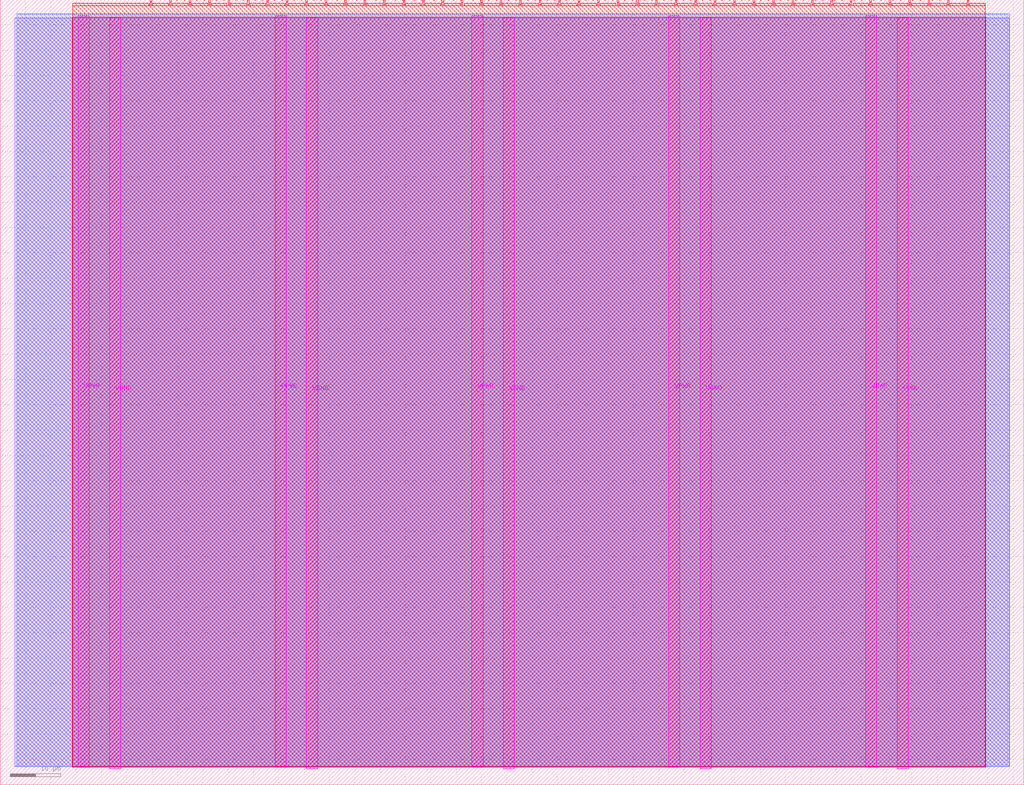
<source format=lef>
VERSION 5.7 ;
  NOWIREEXTENSIONATPIN ON ;
  DIVIDERCHAR "/" ;
  BUSBITCHARS "[]" ;
MACRO tt_um_rebeccargb_hardware_utf8
  CLASS BLOCK ;
  FOREIGN tt_um_rebeccargb_hardware_utf8 ;
  ORIGIN 0.000 0.000 ;
  SIZE 202.080 BY 154.980 ;
  PIN VGND
    DIRECTION INOUT ;
    USE GROUND ;
    PORT
      LAYER TopMetal1 ;
        RECT 21.580 3.150 23.780 151.420 ;
    END
    PORT
      LAYER TopMetal1 ;
        RECT 60.450 3.150 62.650 151.420 ;
    END
    PORT
      LAYER TopMetal1 ;
        RECT 99.320 3.150 101.520 151.420 ;
    END
    PORT
      LAYER TopMetal1 ;
        RECT 138.190 3.150 140.390 151.420 ;
    END
    PORT
      LAYER TopMetal1 ;
        RECT 177.060 3.150 179.260 151.420 ;
    END
  END VGND
  PIN VPWR
    DIRECTION INOUT ;
    USE POWER ;
    PORT
      LAYER TopMetal1 ;
        RECT 15.380 3.560 17.580 151.830 ;
    END
    PORT
      LAYER TopMetal1 ;
        RECT 54.250 3.560 56.450 151.830 ;
    END
    PORT
      LAYER TopMetal1 ;
        RECT 93.120 3.560 95.320 151.830 ;
    END
    PORT
      LAYER TopMetal1 ;
        RECT 131.990 3.560 134.190 151.830 ;
    END
    PORT
      LAYER TopMetal1 ;
        RECT 170.860 3.560 173.060 151.830 ;
    END
  END VPWR
  PIN clk
    DIRECTION INPUT ;
    USE SIGNAL ;
    ANTENNAGATEAREA 0.725400 ;
    PORT
      LAYER Metal4 ;
        RECT 187.050 153.980 187.350 154.980 ;
    END
  END clk
  PIN ena
    DIRECTION INPUT ;
    USE SIGNAL ;
    PORT
      LAYER Metal4 ;
        RECT 190.890 153.980 191.190 154.980 ;
    END
  END ena
  PIN rst_n
    DIRECTION INPUT ;
    USE SIGNAL ;
    ANTENNAGATEAREA 0.725400 ;
    PORT
      LAYER Metal4 ;
        RECT 183.210 153.980 183.510 154.980 ;
    END
  END rst_n
  PIN ui_in[0]
    DIRECTION INPUT ;
    USE SIGNAL ;
    ANTENNAGATEAREA 0.213200 ;
    PORT
      LAYER Metal4 ;
        RECT 179.370 153.980 179.670 154.980 ;
    END
  END ui_in[0]
  PIN ui_in[1]
    DIRECTION INPUT ;
    USE SIGNAL ;
    ANTENNAGATEAREA 0.213200 ;
    PORT
      LAYER Metal4 ;
        RECT 175.530 153.980 175.830 154.980 ;
    END
  END ui_in[1]
  PIN ui_in[2]
    DIRECTION INPUT ;
    USE SIGNAL ;
    ANTENNAGATEAREA 0.180700 ;
    PORT
      LAYER Metal4 ;
        RECT 171.690 153.980 171.990 154.980 ;
    END
  END ui_in[2]
  PIN ui_in[3]
    DIRECTION INPUT ;
    USE SIGNAL ;
    ANTENNAGATEAREA 0.213200 ;
    PORT
      LAYER Metal4 ;
        RECT 167.850 153.980 168.150 154.980 ;
    END
  END ui_in[3]
  PIN ui_in[4]
    DIRECTION INPUT ;
    USE SIGNAL ;
    ANTENNAGATEAREA 0.180700 ;
    PORT
      LAYER Metal4 ;
        RECT 164.010 153.980 164.310 154.980 ;
    END
  END ui_in[4]
  PIN ui_in[5]
    DIRECTION INPUT ;
    USE SIGNAL ;
    ANTENNAGATEAREA 0.180700 ;
    PORT
      LAYER Metal4 ;
        RECT 160.170 153.980 160.470 154.980 ;
    END
  END ui_in[5]
  PIN ui_in[6]
    DIRECTION INPUT ;
    USE SIGNAL ;
    ANTENNAGATEAREA 0.180700 ;
    PORT
      LAYER Metal4 ;
        RECT 156.330 153.980 156.630 154.980 ;
    END
  END ui_in[6]
  PIN ui_in[7]
    DIRECTION INPUT ;
    USE SIGNAL ;
    ANTENNAGATEAREA 0.213200 ;
    PORT
      LAYER Metal4 ;
        RECT 152.490 153.980 152.790 154.980 ;
    END
  END ui_in[7]
  PIN uio_in[0]
    DIRECTION INPUT ;
    USE SIGNAL ;
    ANTENNAGATEAREA 0.213200 ;
    PORT
      LAYER Metal4 ;
        RECT 148.650 153.980 148.950 154.980 ;
    END
  END uio_in[0]
  PIN uio_in[1]
    DIRECTION INPUT ;
    USE SIGNAL ;
    ANTENNAGATEAREA 0.180700 ;
    PORT
      LAYER Metal4 ;
        RECT 144.810 153.980 145.110 154.980 ;
    END
  END uio_in[1]
  PIN uio_in[2]
    DIRECTION INPUT ;
    USE SIGNAL ;
    ANTENNAGATEAREA 0.180700 ;
    PORT
      LAYER Metal4 ;
        RECT 140.970 153.980 141.270 154.980 ;
    END
  END uio_in[2]
  PIN uio_in[3]
    DIRECTION INPUT ;
    USE SIGNAL ;
    ANTENNAGATEAREA 0.180700 ;
    PORT
      LAYER Metal4 ;
        RECT 137.130 153.980 137.430 154.980 ;
    END
  END uio_in[3]
  PIN uio_in[4]
    DIRECTION INPUT ;
    USE SIGNAL ;
    ANTENNAGATEAREA 0.180700 ;
    PORT
      LAYER Metal4 ;
        RECT 133.290 153.980 133.590 154.980 ;
    END
  END uio_in[4]
  PIN uio_in[5]
    DIRECTION INPUT ;
    USE SIGNAL ;
    ANTENNAGATEAREA 0.213200 ;
    PORT
      LAYER Metal4 ;
        RECT 129.450 153.980 129.750 154.980 ;
    END
  END uio_in[5]
  PIN uio_in[6]
    DIRECTION INPUT ;
    USE SIGNAL ;
    ANTENNAGATEAREA 0.180700 ;
    PORT
      LAYER Metal4 ;
        RECT 125.610 153.980 125.910 154.980 ;
    END
  END uio_in[6]
  PIN uio_in[7]
    DIRECTION INPUT ;
    USE SIGNAL ;
    ANTENNAGATEAREA 0.180700 ;
    PORT
      LAYER Metal4 ;
        RECT 121.770 153.980 122.070 154.980 ;
    END
  END uio_in[7]
  PIN uio_oe[0]
    DIRECTION OUTPUT ;
    USE SIGNAL ;
    ANTENNADIFFAREA 0.708600 ;
    PORT
      LAYER Metal4 ;
        RECT 56.490 153.980 56.790 154.980 ;
    END
  END uio_oe[0]
  PIN uio_oe[1]
    DIRECTION OUTPUT ;
    USE SIGNAL ;
    ANTENNADIFFAREA 0.708600 ;
    PORT
      LAYER Metal4 ;
        RECT 52.650 153.980 52.950 154.980 ;
    END
  END uio_oe[1]
  PIN uio_oe[2]
    DIRECTION OUTPUT ;
    USE SIGNAL ;
    ANTENNADIFFAREA 0.708600 ;
    PORT
      LAYER Metal4 ;
        RECT 48.810 153.980 49.110 154.980 ;
    END
  END uio_oe[2]
  PIN uio_oe[3]
    DIRECTION OUTPUT ;
    USE SIGNAL ;
    ANTENNADIFFAREA 0.708600 ;
    PORT
      LAYER Metal4 ;
        RECT 44.970 153.980 45.270 154.980 ;
    END
  END uio_oe[3]
  PIN uio_oe[4]
    DIRECTION OUTPUT ;
    USE SIGNAL ;
    ANTENNADIFFAREA 0.708600 ;
    PORT
      LAYER Metal4 ;
        RECT 41.130 153.980 41.430 154.980 ;
    END
  END uio_oe[4]
  PIN uio_oe[5]
    DIRECTION OUTPUT ;
    USE SIGNAL ;
    ANTENNADIFFAREA 0.708600 ;
    PORT
      LAYER Metal4 ;
        RECT 37.290 153.980 37.590 154.980 ;
    END
  END uio_oe[5]
  PIN uio_oe[6]
    DIRECTION OUTPUT ;
    USE SIGNAL ;
    ANTENNADIFFAREA 0.708600 ;
    PORT
      LAYER Metal4 ;
        RECT 33.450 153.980 33.750 154.980 ;
    END
  END uio_oe[6]
  PIN uio_oe[7]
    DIRECTION OUTPUT ;
    USE SIGNAL ;
    ANTENNADIFFAREA 0.708600 ;
    PORT
      LAYER Metal4 ;
        RECT 29.610 153.980 29.910 154.980 ;
    END
  END uio_oe[7]
  PIN uio_out[0]
    DIRECTION OUTPUT ;
    USE SIGNAL ;
    ANTENNAGATEAREA 0.109200 ;
    ANTENNADIFFAREA 0.632400 ;
    PORT
      LAYER Metal4 ;
        RECT 87.210 153.980 87.510 154.980 ;
    END
  END uio_out[0]
  PIN uio_out[1]
    DIRECTION OUTPUT ;
    USE SIGNAL ;
    ANTENNAGATEAREA 0.109200 ;
    ANTENNADIFFAREA 0.716100 ;
    PORT
      LAYER Metal4 ;
        RECT 83.370 153.980 83.670 154.980 ;
    END
  END uio_out[1]
  PIN uio_out[2]
    DIRECTION OUTPUT ;
    USE SIGNAL ;
    ANTENNAGATEAREA 0.109200 ;
    ANTENNADIFFAREA 0.716100 ;
    PORT
      LAYER Metal4 ;
        RECT 79.530 153.980 79.830 154.980 ;
    END
  END uio_out[2]
  PIN uio_out[3]
    DIRECTION OUTPUT ;
    USE SIGNAL ;
    ANTENNAGATEAREA 0.109200 ;
    ANTENNADIFFAREA 0.716100 ;
    PORT
      LAYER Metal4 ;
        RECT 75.690 153.980 75.990 154.980 ;
    END
  END uio_out[3]
  PIN uio_out[4]
    DIRECTION OUTPUT ;
    USE SIGNAL ;
    ANTENNAGATEAREA 0.109200 ;
    ANTENNADIFFAREA 0.632400 ;
    PORT
      LAYER Metal4 ;
        RECT 71.850 153.980 72.150 154.980 ;
    END
  END uio_out[4]
  PIN uio_out[5]
    DIRECTION OUTPUT ;
    USE SIGNAL ;
    ANTENNAGATEAREA 0.109200 ;
    ANTENNADIFFAREA 0.716100 ;
    PORT
      LAYER Metal4 ;
        RECT 68.010 153.980 68.310 154.980 ;
    END
  END uio_out[5]
  PIN uio_out[6]
    DIRECTION OUTPUT ;
    USE SIGNAL ;
    ANTENNAGATEAREA 0.109200 ;
    ANTENNADIFFAREA 0.632400 ;
    PORT
      LAYER Metal4 ;
        RECT 64.170 153.980 64.470 154.980 ;
    END
  END uio_out[6]
  PIN uio_out[7]
    DIRECTION OUTPUT ;
    USE SIGNAL ;
    ANTENNAGATEAREA 0.109200 ;
    ANTENNADIFFAREA 0.716100 ;
    PORT
      LAYER Metal4 ;
        RECT 60.330 153.980 60.630 154.980 ;
    END
  END uio_out[7]
  PIN uo_out[0]
    DIRECTION OUTPUT ;
    USE SIGNAL ;
    ANTENNADIFFAREA 0.677200 ;
    PORT
      LAYER Metal4 ;
        RECT 117.930 153.980 118.230 154.980 ;
    END
  END uo_out[0]
  PIN uo_out[1]
    DIRECTION OUTPUT ;
    USE SIGNAL ;
    ANTENNADIFFAREA 0.706800 ;
    PORT
      LAYER Metal4 ;
        RECT 114.090 153.980 114.390 154.980 ;
    END
  END uo_out[1]
  PIN uo_out[2]
    DIRECTION OUTPUT ;
    USE SIGNAL ;
    ANTENNADIFFAREA 0.677200 ;
    PORT
      LAYER Metal4 ;
        RECT 110.250 153.980 110.550 154.980 ;
    END
  END uo_out[2]
  PIN uo_out[3]
    DIRECTION OUTPUT ;
    USE SIGNAL ;
    ANTENNADIFFAREA 0.677200 ;
    PORT
      LAYER Metal4 ;
        RECT 106.410 153.980 106.710 154.980 ;
    END
  END uo_out[3]
  PIN uo_out[4]
    DIRECTION OUTPUT ;
    USE SIGNAL ;
    ANTENNADIFFAREA 0.677200 ;
    PORT
      LAYER Metal4 ;
        RECT 102.570 153.980 102.870 154.980 ;
    END
  END uo_out[4]
  PIN uo_out[5]
    DIRECTION OUTPUT ;
    USE SIGNAL ;
    ANTENNADIFFAREA 1.102800 ;
    PORT
      LAYER Metal4 ;
        RECT 98.730 153.980 99.030 154.980 ;
    END
  END uo_out[5]
  PIN uo_out[6]
    DIRECTION OUTPUT ;
    USE SIGNAL ;
    ANTENNADIFFAREA 0.677200 ;
    PORT
      LAYER Metal4 ;
        RECT 94.890 153.980 95.190 154.980 ;
    END
  END uo_out[6]
  PIN uo_out[7]
    DIRECTION OUTPUT ;
    USE SIGNAL ;
    ANTENNADIFFAREA 0.632400 ;
    PORT
      LAYER Metal4 ;
        RECT 91.050 153.980 91.350 154.980 ;
    END
  END uo_out[7]
  OBS
      LAYER GatPoly ;
        RECT 2.880 3.630 199.200 151.350 ;
      LAYER Metal1 ;
        RECT 2.880 3.560 199.200 151.420 ;
      LAYER Metal2 ;
        RECT 3.255 3.635 199.300 152.185 ;
      LAYER Metal3 ;
        RECT 3.215 3.680 198.865 152.145 ;
      LAYER Metal4 ;
        RECT 14.295 153.770 29.400 154.240 ;
        RECT 30.120 153.770 33.240 154.240 ;
        RECT 33.960 153.770 37.080 154.240 ;
        RECT 37.800 153.770 40.920 154.240 ;
        RECT 41.640 153.770 44.760 154.240 ;
        RECT 45.480 153.770 48.600 154.240 ;
        RECT 49.320 153.770 52.440 154.240 ;
        RECT 53.160 153.770 56.280 154.240 ;
        RECT 57.000 153.770 60.120 154.240 ;
        RECT 60.840 153.770 63.960 154.240 ;
        RECT 64.680 153.770 67.800 154.240 ;
        RECT 68.520 153.770 71.640 154.240 ;
        RECT 72.360 153.770 75.480 154.240 ;
        RECT 76.200 153.770 79.320 154.240 ;
        RECT 80.040 153.770 83.160 154.240 ;
        RECT 83.880 153.770 87.000 154.240 ;
        RECT 87.720 153.770 90.840 154.240 ;
        RECT 91.560 153.770 94.680 154.240 ;
        RECT 95.400 153.770 98.520 154.240 ;
        RECT 99.240 153.770 102.360 154.240 ;
        RECT 103.080 153.770 106.200 154.240 ;
        RECT 106.920 153.770 110.040 154.240 ;
        RECT 110.760 153.770 113.880 154.240 ;
        RECT 114.600 153.770 117.720 154.240 ;
        RECT 118.440 153.770 121.560 154.240 ;
        RECT 122.280 153.770 125.400 154.240 ;
        RECT 126.120 153.770 129.240 154.240 ;
        RECT 129.960 153.770 133.080 154.240 ;
        RECT 133.800 153.770 136.920 154.240 ;
        RECT 137.640 153.770 140.760 154.240 ;
        RECT 141.480 153.770 144.600 154.240 ;
        RECT 145.320 153.770 148.440 154.240 ;
        RECT 149.160 153.770 152.280 154.240 ;
        RECT 153.000 153.770 156.120 154.240 ;
        RECT 156.840 153.770 159.960 154.240 ;
        RECT 160.680 153.770 163.800 154.240 ;
        RECT 164.520 153.770 167.640 154.240 ;
        RECT 168.360 153.770 171.480 154.240 ;
        RECT 172.200 153.770 175.320 154.240 ;
        RECT 176.040 153.770 179.160 154.240 ;
        RECT 179.880 153.770 183.000 154.240 ;
        RECT 183.720 153.770 186.840 154.240 ;
        RECT 187.560 153.770 190.680 154.240 ;
        RECT 191.400 153.770 194.505 154.240 ;
        RECT 14.295 3.635 194.505 153.770 ;
      LAYER Metal5 ;
        RECT 14.255 3.470 194.545 151.510 ;
  END
END tt_um_rebeccargb_hardware_utf8
END LIBRARY


</source>
